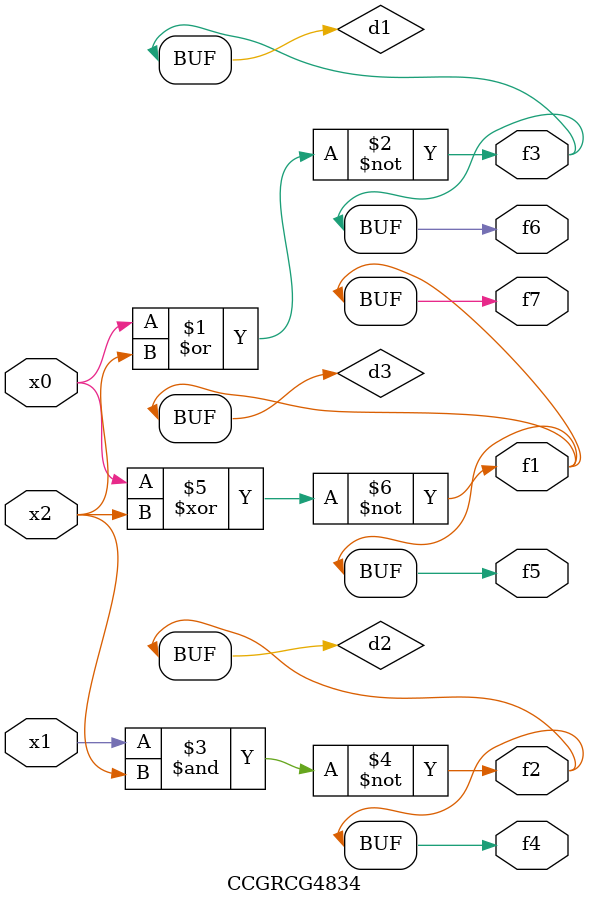
<source format=v>
module CCGRCG4834(
	input x0, x1, x2,
	output f1, f2, f3, f4, f5, f6, f7
);

	wire d1, d2, d3;

	nor (d1, x0, x2);
	nand (d2, x1, x2);
	xnor (d3, x0, x2);
	assign f1 = d3;
	assign f2 = d2;
	assign f3 = d1;
	assign f4 = d2;
	assign f5 = d3;
	assign f6 = d1;
	assign f7 = d3;
endmodule

</source>
